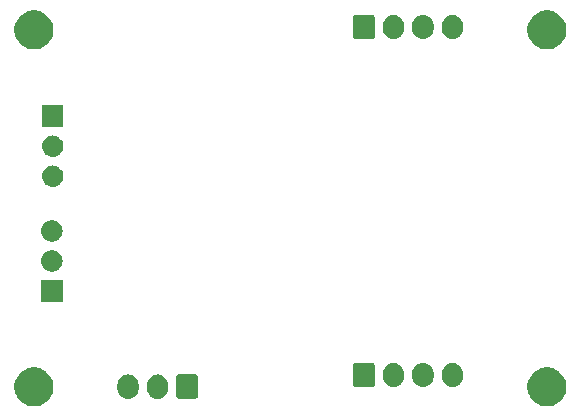
<source format=gbr>
G04 #@! TF.GenerationSoftware,KiCad,Pcbnew,(5.0.1)-3*
G04 #@! TF.CreationDate,2020-03-15T12:24:32-04:00*
G04 #@! TF.ProjectId,viparspectra-adapter,7669706172737065637472612D616461,rev?*
G04 #@! TF.SameCoordinates,Original*
G04 #@! TF.FileFunction,Soldermask,Bot*
G04 #@! TF.FilePolarity,Negative*
%FSLAX46Y46*%
G04 Gerber Fmt 4.6, Leading zero omitted, Abs format (unit mm)*
G04 Created by KiCad (PCBNEW (5.0.1)-3) date 3/15/2020 12:24:32 PM*
%MOMM*%
%LPD*%
G01*
G04 APERTURE LIST*
%ADD10C,0.100000*%
G04 APERTURE END LIST*
D10*
G36*
X154045256Y-108627298D02*
X154151579Y-108648447D01*
X154452042Y-108772903D01*
X154669753Y-108918373D01*
X154722454Y-108953587D01*
X154952413Y-109183546D01*
X154952415Y-109183549D01*
X155133097Y-109453958D01*
X155246830Y-109728533D01*
X155257553Y-109754422D01*
X155321000Y-110073389D01*
X155321000Y-110398611D01*
X155278702Y-110611256D01*
X155257553Y-110717579D01*
X155133097Y-111018042D01*
X154991231Y-111230359D01*
X154952413Y-111288454D01*
X154722454Y-111518413D01*
X154722451Y-111518415D01*
X154452042Y-111699097D01*
X154151579Y-111823553D01*
X154045256Y-111844702D01*
X153832611Y-111887000D01*
X153507389Y-111887000D01*
X153294744Y-111844702D01*
X153188421Y-111823553D01*
X152887958Y-111699097D01*
X152617549Y-111518415D01*
X152617546Y-111518413D01*
X152387587Y-111288454D01*
X152348769Y-111230359D01*
X152206903Y-111018042D01*
X152082447Y-110717579D01*
X152061298Y-110611256D01*
X152019000Y-110398611D01*
X152019000Y-110073389D01*
X152082447Y-109754422D01*
X152093171Y-109728533D01*
X152206903Y-109453958D01*
X152387585Y-109183549D01*
X152387587Y-109183546D01*
X152617546Y-108953587D01*
X152670247Y-108918373D01*
X152887958Y-108772903D01*
X153188421Y-108648447D01*
X153294744Y-108627298D01*
X153507389Y-108585000D01*
X153832611Y-108585000D01*
X154045256Y-108627298D01*
X154045256Y-108627298D01*
G37*
G36*
X110611256Y-108627298D02*
X110717579Y-108648447D01*
X111018042Y-108772903D01*
X111235753Y-108918373D01*
X111288454Y-108953587D01*
X111518413Y-109183546D01*
X111518415Y-109183549D01*
X111699097Y-109453958D01*
X111812830Y-109728533D01*
X111823553Y-109754422D01*
X111887000Y-110073389D01*
X111887000Y-110398611D01*
X111844702Y-110611256D01*
X111823553Y-110717579D01*
X111699097Y-111018042D01*
X111557231Y-111230359D01*
X111518413Y-111288454D01*
X111288454Y-111518413D01*
X111288451Y-111518415D01*
X111018042Y-111699097D01*
X110717579Y-111823553D01*
X110611256Y-111844702D01*
X110398611Y-111887000D01*
X110073389Y-111887000D01*
X109860744Y-111844702D01*
X109754421Y-111823553D01*
X109453958Y-111699097D01*
X109183549Y-111518415D01*
X109183546Y-111518413D01*
X108953587Y-111288454D01*
X108914769Y-111230359D01*
X108772903Y-111018042D01*
X108648447Y-110717579D01*
X108627298Y-110611256D01*
X108585000Y-110398611D01*
X108585000Y-110073389D01*
X108648447Y-109754422D01*
X108659171Y-109728533D01*
X108772903Y-109453958D01*
X108953585Y-109183549D01*
X108953587Y-109183546D01*
X109183546Y-108953587D01*
X109236247Y-108918373D01*
X109453958Y-108772903D01*
X109754421Y-108648447D01*
X109860744Y-108627298D01*
X110073389Y-108585000D01*
X110398611Y-108585000D01*
X110611256Y-108627298D01*
X110611256Y-108627298D01*
G37*
G36*
X120876627Y-109187037D02*
X120989853Y-109221384D01*
X121046467Y-109238557D01*
X121185087Y-109312652D01*
X121202991Y-109322222D01*
X121238729Y-109351552D01*
X121340186Y-109434814D01*
X121423448Y-109536271D01*
X121452778Y-109572009D01*
X121536443Y-109728534D01*
X121587963Y-109898374D01*
X121601000Y-110030743D01*
X121601000Y-110369258D01*
X121587963Y-110501627D01*
X121553616Y-110614853D01*
X121536443Y-110671467D01*
X121511795Y-110717579D01*
X121452778Y-110827991D01*
X121423448Y-110863729D01*
X121340186Y-110965186D01*
X121202989Y-111077779D01*
X121046466Y-111161443D01*
X121005733Y-111173799D01*
X120876626Y-111212963D01*
X120700000Y-111230359D01*
X120523373Y-111212963D01*
X120394266Y-111173799D01*
X120353533Y-111161443D01*
X120197011Y-111077779D01*
X120197009Y-111077778D01*
X120154749Y-111043096D01*
X120059814Y-110965186D01*
X119947221Y-110827989D01*
X119863557Y-110671466D01*
X119846384Y-110614852D01*
X119812037Y-110501626D01*
X119799000Y-110369257D01*
X119799000Y-110030742D01*
X119812037Y-109898373D01*
X119863557Y-109728534D01*
X119863557Y-109728533D01*
X119947222Y-109572008D01*
X120059812Y-109434817D01*
X120154750Y-109356904D01*
X120197010Y-109322222D01*
X120214914Y-109312652D01*
X120353534Y-109238557D01*
X120410148Y-109221384D01*
X120523374Y-109187037D01*
X120700000Y-109169641D01*
X120876627Y-109187037D01*
X120876627Y-109187037D01*
G37*
G36*
X118376627Y-109187037D02*
X118489853Y-109221384D01*
X118546467Y-109238557D01*
X118685087Y-109312652D01*
X118702991Y-109322222D01*
X118738729Y-109351552D01*
X118840186Y-109434814D01*
X118923448Y-109536271D01*
X118952778Y-109572009D01*
X119036443Y-109728534D01*
X119087963Y-109898374D01*
X119101000Y-110030743D01*
X119101000Y-110369258D01*
X119087963Y-110501627D01*
X119053616Y-110614853D01*
X119036443Y-110671467D01*
X119011795Y-110717579D01*
X118952778Y-110827991D01*
X118923448Y-110863729D01*
X118840186Y-110965186D01*
X118702989Y-111077779D01*
X118546466Y-111161443D01*
X118505733Y-111173799D01*
X118376626Y-111212963D01*
X118200000Y-111230359D01*
X118023373Y-111212963D01*
X117894266Y-111173799D01*
X117853533Y-111161443D01*
X117697011Y-111077779D01*
X117697009Y-111077778D01*
X117654749Y-111043096D01*
X117559814Y-110965186D01*
X117447221Y-110827989D01*
X117363557Y-110671466D01*
X117346384Y-110614852D01*
X117312037Y-110501626D01*
X117299000Y-110369257D01*
X117299000Y-110030742D01*
X117312037Y-109898373D01*
X117363557Y-109728534D01*
X117363557Y-109728533D01*
X117447222Y-109572008D01*
X117559812Y-109434817D01*
X117654750Y-109356904D01*
X117697010Y-109322222D01*
X117714914Y-109312652D01*
X117853534Y-109238557D01*
X117910148Y-109221384D01*
X118023374Y-109187037D01*
X118200000Y-109169641D01*
X118376627Y-109187037D01*
X118376627Y-109187037D01*
G37*
G36*
X123958600Y-109177989D02*
X123991649Y-109188014D01*
X124022106Y-109204294D01*
X124048799Y-109226201D01*
X124070706Y-109252894D01*
X124086986Y-109283351D01*
X124097011Y-109316400D01*
X124101000Y-109356904D01*
X124101000Y-111043096D01*
X124097011Y-111083600D01*
X124086986Y-111116649D01*
X124070706Y-111147106D01*
X124048799Y-111173799D01*
X124022106Y-111195706D01*
X123991649Y-111211986D01*
X123958600Y-111222011D01*
X123918096Y-111226000D01*
X122481904Y-111226000D01*
X122441400Y-111222011D01*
X122408351Y-111211986D01*
X122377894Y-111195706D01*
X122351201Y-111173799D01*
X122329294Y-111147106D01*
X122313014Y-111116649D01*
X122302989Y-111083600D01*
X122299000Y-111043096D01*
X122299000Y-109356904D01*
X122302989Y-109316400D01*
X122313014Y-109283351D01*
X122329294Y-109252894D01*
X122351201Y-109226201D01*
X122377894Y-109204294D01*
X122408351Y-109188014D01*
X122441400Y-109177989D01*
X122481904Y-109174000D01*
X123918096Y-109174000D01*
X123958600Y-109177989D01*
X123958600Y-109177989D01*
G37*
G36*
X145852626Y-108207037D02*
X145965852Y-108241384D01*
X146022466Y-108258557D01*
X146178989Y-108342221D01*
X146316186Y-108454814D01*
X146399448Y-108556271D01*
X146428778Y-108592009D01*
X146428779Y-108592011D01*
X146512443Y-108748533D01*
X146519835Y-108772902D01*
X146563963Y-108918373D01*
X146577000Y-109050742D01*
X146577000Y-109389257D01*
X146563963Y-109521626D01*
X146512443Y-109691466D01*
X146428778Y-109847991D01*
X146428777Y-109847992D01*
X146316186Y-109985186D01*
X146221251Y-110063096D01*
X146178991Y-110097778D01*
X146178989Y-110097779D01*
X146022467Y-110181443D01*
X145981734Y-110193799D01*
X145852627Y-110232963D01*
X145676000Y-110250359D01*
X145499374Y-110232963D01*
X145370267Y-110193799D01*
X145329534Y-110181443D01*
X145173012Y-110097779D01*
X145173010Y-110097778D01*
X145035816Y-109985186D01*
X145035812Y-109985183D01*
X144923222Y-109847992D01*
X144839557Y-109691467D01*
X144803321Y-109572011D01*
X144788037Y-109521627D01*
X144775000Y-109389258D01*
X144775000Y-109050743D01*
X144788037Y-108918374D01*
X144839557Y-108748535D01*
X144839557Y-108748534D01*
X144923221Y-108592011D01*
X145035814Y-108454814D01*
X145137271Y-108371552D01*
X145173009Y-108342222D01*
X145190913Y-108332652D01*
X145329533Y-108258557D01*
X145386147Y-108241384D01*
X145499373Y-108207037D01*
X145676000Y-108189641D01*
X145852626Y-108207037D01*
X145852626Y-108207037D01*
G37*
G36*
X143352626Y-108207037D02*
X143465852Y-108241384D01*
X143522466Y-108258557D01*
X143678989Y-108342221D01*
X143816186Y-108454814D01*
X143899448Y-108556271D01*
X143928778Y-108592009D01*
X143928779Y-108592011D01*
X144012443Y-108748533D01*
X144019835Y-108772902D01*
X144063963Y-108918373D01*
X144077000Y-109050742D01*
X144077000Y-109389257D01*
X144063963Y-109521626D01*
X144012443Y-109691466D01*
X143928778Y-109847991D01*
X143928777Y-109847992D01*
X143816186Y-109985186D01*
X143721251Y-110063096D01*
X143678991Y-110097778D01*
X143678989Y-110097779D01*
X143522467Y-110181443D01*
X143481734Y-110193799D01*
X143352627Y-110232963D01*
X143176000Y-110250359D01*
X142999374Y-110232963D01*
X142870267Y-110193799D01*
X142829534Y-110181443D01*
X142673012Y-110097779D01*
X142673010Y-110097778D01*
X142535816Y-109985186D01*
X142535812Y-109985183D01*
X142423222Y-109847992D01*
X142339557Y-109691467D01*
X142303321Y-109572011D01*
X142288037Y-109521627D01*
X142275000Y-109389258D01*
X142275000Y-109050743D01*
X142288037Y-108918374D01*
X142339557Y-108748535D01*
X142339557Y-108748534D01*
X142423221Y-108592011D01*
X142535814Y-108454814D01*
X142637271Y-108371552D01*
X142673009Y-108342222D01*
X142690913Y-108332652D01*
X142829533Y-108258557D01*
X142886147Y-108241384D01*
X142999373Y-108207037D01*
X143176000Y-108189641D01*
X143352626Y-108207037D01*
X143352626Y-108207037D01*
G37*
G36*
X140852626Y-108207037D02*
X140965852Y-108241384D01*
X141022466Y-108258557D01*
X141178989Y-108342221D01*
X141316186Y-108454814D01*
X141399448Y-108556271D01*
X141428778Y-108592009D01*
X141428779Y-108592011D01*
X141512443Y-108748533D01*
X141519835Y-108772902D01*
X141563963Y-108918373D01*
X141577000Y-109050742D01*
X141577000Y-109389257D01*
X141563963Y-109521626D01*
X141512443Y-109691466D01*
X141428778Y-109847991D01*
X141428777Y-109847992D01*
X141316186Y-109985186D01*
X141221251Y-110063096D01*
X141178991Y-110097778D01*
X141178989Y-110097779D01*
X141022467Y-110181443D01*
X140981734Y-110193799D01*
X140852627Y-110232963D01*
X140676000Y-110250359D01*
X140499374Y-110232963D01*
X140370267Y-110193799D01*
X140329534Y-110181443D01*
X140173012Y-110097779D01*
X140173010Y-110097778D01*
X140035816Y-109985186D01*
X140035812Y-109985183D01*
X139923222Y-109847992D01*
X139839557Y-109691467D01*
X139803321Y-109572011D01*
X139788037Y-109521627D01*
X139775000Y-109389258D01*
X139775000Y-109050743D01*
X139788037Y-108918374D01*
X139839557Y-108748535D01*
X139839557Y-108748534D01*
X139923221Y-108592011D01*
X140035814Y-108454814D01*
X140137271Y-108371552D01*
X140173009Y-108342222D01*
X140190913Y-108332652D01*
X140329533Y-108258557D01*
X140386147Y-108241384D01*
X140499373Y-108207037D01*
X140676000Y-108189641D01*
X140852626Y-108207037D01*
X140852626Y-108207037D01*
G37*
G36*
X138934600Y-108197989D02*
X138967649Y-108208014D01*
X138998106Y-108224294D01*
X139024799Y-108246201D01*
X139046706Y-108272894D01*
X139062986Y-108303351D01*
X139073011Y-108336400D01*
X139077000Y-108376904D01*
X139077000Y-110063096D01*
X139073011Y-110103600D01*
X139062986Y-110136649D01*
X139046706Y-110167106D01*
X139024799Y-110193799D01*
X138998106Y-110215706D01*
X138967649Y-110231986D01*
X138934600Y-110242011D01*
X138894096Y-110246000D01*
X137457904Y-110246000D01*
X137417400Y-110242011D01*
X137384351Y-110231986D01*
X137353894Y-110215706D01*
X137327201Y-110193799D01*
X137305294Y-110167106D01*
X137289014Y-110136649D01*
X137278989Y-110103600D01*
X137275000Y-110063096D01*
X137275000Y-108376904D01*
X137278989Y-108336400D01*
X137289014Y-108303351D01*
X137305294Y-108272894D01*
X137327201Y-108246201D01*
X137353894Y-108224294D01*
X137384351Y-108208014D01*
X137417400Y-108197989D01*
X137457904Y-108194000D01*
X138894096Y-108194000D01*
X138934600Y-108197989D01*
X138934600Y-108197989D01*
G37*
G36*
X112661000Y-103009000D02*
X110859000Y-103009000D01*
X110859000Y-101207000D01*
X112661000Y-101207000D01*
X112661000Y-103009000D01*
X112661000Y-103009000D01*
G37*
G36*
X111870442Y-98673518D02*
X111936627Y-98680037D01*
X112049853Y-98714384D01*
X112106467Y-98731557D01*
X112245087Y-98805652D01*
X112262991Y-98815222D01*
X112298729Y-98844552D01*
X112400186Y-98927814D01*
X112483448Y-99029271D01*
X112512778Y-99065009D01*
X112512779Y-99065011D01*
X112596443Y-99221533D01*
X112596443Y-99221534D01*
X112647963Y-99391373D01*
X112665359Y-99568000D01*
X112647963Y-99744627D01*
X112613616Y-99857853D01*
X112596443Y-99914467D01*
X112522348Y-100053087D01*
X112512778Y-100070991D01*
X112483448Y-100106729D01*
X112400186Y-100208186D01*
X112298729Y-100291448D01*
X112262991Y-100320778D01*
X112262989Y-100320779D01*
X112106467Y-100404443D01*
X112049853Y-100421616D01*
X111936627Y-100455963D01*
X111870442Y-100462482D01*
X111804260Y-100469000D01*
X111715740Y-100469000D01*
X111649557Y-100462481D01*
X111583373Y-100455963D01*
X111470147Y-100421616D01*
X111413533Y-100404443D01*
X111257011Y-100320779D01*
X111257009Y-100320778D01*
X111221271Y-100291448D01*
X111119814Y-100208186D01*
X111036552Y-100106729D01*
X111007222Y-100070991D01*
X110997652Y-100053087D01*
X110923557Y-99914467D01*
X110906384Y-99857853D01*
X110872037Y-99744627D01*
X110854641Y-99568000D01*
X110872037Y-99391373D01*
X110923557Y-99221534D01*
X110923557Y-99221533D01*
X111007221Y-99065011D01*
X111007222Y-99065009D01*
X111036552Y-99029271D01*
X111119814Y-98927814D01*
X111221271Y-98844552D01*
X111257009Y-98815222D01*
X111274913Y-98805652D01*
X111413533Y-98731557D01*
X111470147Y-98714384D01*
X111583373Y-98680037D01*
X111649558Y-98673518D01*
X111715740Y-98667000D01*
X111804260Y-98667000D01*
X111870442Y-98673518D01*
X111870442Y-98673518D01*
G37*
G36*
X111870443Y-96133519D02*
X111936627Y-96140037D01*
X112049853Y-96174384D01*
X112106467Y-96191557D01*
X112245087Y-96265652D01*
X112262991Y-96275222D01*
X112298729Y-96304552D01*
X112400186Y-96387814D01*
X112483448Y-96489271D01*
X112512778Y-96525009D01*
X112512779Y-96525011D01*
X112596443Y-96681533D01*
X112596443Y-96681534D01*
X112647963Y-96851373D01*
X112665359Y-97028000D01*
X112647963Y-97204627D01*
X112613616Y-97317853D01*
X112596443Y-97374467D01*
X112522348Y-97513087D01*
X112512778Y-97530991D01*
X112483448Y-97566729D01*
X112400186Y-97668186D01*
X112298729Y-97751448D01*
X112262991Y-97780778D01*
X112262989Y-97780779D01*
X112106467Y-97864443D01*
X112049853Y-97881616D01*
X111936627Y-97915963D01*
X111870442Y-97922482D01*
X111804260Y-97929000D01*
X111715740Y-97929000D01*
X111649558Y-97922482D01*
X111583373Y-97915963D01*
X111470147Y-97881616D01*
X111413533Y-97864443D01*
X111257011Y-97780779D01*
X111257009Y-97780778D01*
X111221271Y-97751448D01*
X111119814Y-97668186D01*
X111036552Y-97566729D01*
X111007222Y-97530991D01*
X110997652Y-97513087D01*
X110923557Y-97374467D01*
X110906384Y-97317853D01*
X110872037Y-97204627D01*
X110854641Y-97028000D01*
X110872037Y-96851373D01*
X110923557Y-96681534D01*
X110923557Y-96681533D01*
X111007221Y-96525011D01*
X111007222Y-96525009D01*
X111036552Y-96489271D01*
X111119814Y-96387814D01*
X111221271Y-96304552D01*
X111257009Y-96275222D01*
X111274913Y-96265652D01*
X111413533Y-96191557D01*
X111470147Y-96174384D01*
X111583373Y-96140037D01*
X111649557Y-96133519D01*
X111715740Y-96127000D01*
X111804260Y-96127000D01*
X111870443Y-96133519D01*
X111870443Y-96133519D01*
G37*
G36*
X111941563Y-91485319D02*
X112007747Y-91491837D01*
X112120973Y-91526184D01*
X112177587Y-91543357D01*
X112316207Y-91617452D01*
X112334111Y-91627022D01*
X112369849Y-91656352D01*
X112471306Y-91739614D01*
X112554568Y-91841071D01*
X112583898Y-91876809D01*
X112583899Y-91876811D01*
X112667563Y-92033333D01*
X112667563Y-92033334D01*
X112719083Y-92203173D01*
X112736479Y-92379800D01*
X112719083Y-92556427D01*
X112684736Y-92669653D01*
X112667563Y-92726267D01*
X112593468Y-92864887D01*
X112583898Y-92882791D01*
X112554568Y-92918529D01*
X112471306Y-93019986D01*
X112369849Y-93103248D01*
X112334111Y-93132578D01*
X112334109Y-93132579D01*
X112177587Y-93216243D01*
X112120973Y-93233416D01*
X112007747Y-93267763D01*
X111941563Y-93274281D01*
X111875380Y-93280800D01*
X111786860Y-93280800D01*
X111720677Y-93274281D01*
X111654493Y-93267763D01*
X111541267Y-93233416D01*
X111484653Y-93216243D01*
X111328131Y-93132579D01*
X111328129Y-93132578D01*
X111292391Y-93103248D01*
X111190934Y-93019986D01*
X111107672Y-92918529D01*
X111078342Y-92882791D01*
X111068772Y-92864887D01*
X110994677Y-92726267D01*
X110977504Y-92669653D01*
X110943157Y-92556427D01*
X110925761Y-92379800D01*
X110943157Y-92203173D01*
X110994677Y-92033334D01*
X110994677Y-92033333D01*
X111078341Y-91876811D01*
X111078342Y-91876809D01*
X111107672Y-91841071D01*
X111190934Y-91739614D01*
X111292391Y-91656352D01*
X111328129Y-91627022D01*
X111346033Y-91617452D01*
X111484653Y-91543357D01*
X111541267Y-91526184D01*
X111654493Y-91491837D01*
X111720677Y-91485319D01*
X111786860Y-91478800D01*
X111875380Y-91478800D01*
X111941563Y-91485319D01*
X111941563Y-91485319D01*
G37*
G36*
X111941563Y-88945319D02*
X112007747Y-88951837D01*
X112120973Y-88986184D01*
X112177587Y-89003357D01*
X112316207Y-89077452D01*
X112334111Y-89087022D01*
X112369849Y-89116352D01*
X112471306Y-89199614D01*
X112554568Y-89301071D01*
X112583898Y-89336809D01*
X112583899Y-89336811D01*
X112667563Y-89493333D01*
X112667563Y-89493334D01*
X112719083Y-89663173D01*
X112736479Y-89839800D01*
X112719083Y-90016427D01*
X112684736Y-90129653D01*
X112667563Y-90186267D01*
X112593468Y-90324887D01*
X112583898Y-90342791D01*
X112554568Y-90378529D01*
X112471306Y-90479986D01*
X112369849Y-90563248D01*
X112334111Y-90592578D01*
X112334109Y-90592579D01*
X112177587Y-90676243D01*
X112120973Y-90693416D01*
X112007747Y-90727763D01*
X111941562Y-90734282D01*
X111875380Y-90740800D01*
X111786860Y-90740800D01*
X111720678Y-90734282D01*
X111654493Y-90727763D01*
X111541267Y-90693416D01*
X111484653Y-90676243D01*
X111328131Y-90592579D01*
X111328129Y-90592578D01*
X111292391Y-90563248D01*
X111190934Y-90479986D01*
X111107672Y-90378529D01*
X111078342Y-90342791D01*
X111068772Y-90324887D01*
X110994677Y-90186267D01*
X110977504Y-90129653D01*
X110943157Y-90016427D01*
X110925761Y-89839800D01*
X110943157Y-89663173D01*
X110994677Y-89493334D01*
X110994677Y-89493333D01*
X111078341Y-89336811D01*
X111078342Y-89336809D01*
X111107672Y-89301071D01*
X111190934Y-89199614D01*
X111292391Y-89116352D01*
X111328129Y-89087022D01*
X111346033Y-89077452D01*
X111484653Y-89003357D01*
X111541267Y-88986184D01*
X111654493Y-88951837D01*
X111720677Y-88945319D01*
X111786860Y-88938800D01*
X111875380Y-88938800D01*
X111941563Y-88945319D01*
X111941563Y-88945319D01*
G37*
G36*
X112732120Y-88200800D02*
X110930120Y-88200800D01*
X110930120Y-86398800D01*
X112732120Y-86398800D01*
X112732120Y-88200800D01*
X112732120Y-88200800D01*
G37*
G36*
X154045256Y-78401298D02*
X154151579Y-78422447D01*
X154452042Y-78546903D01*
X154718852Y-78725180D01*
X154722454Y-78727587D01*
X154952413Y-78957546D01*
X154952415Y-78957549D01*
X155133097Y-79227958D01*
X155257553Y-79528421D01*
X155269154Y-79586742D01*
X155321000Y-79847389D01*
X155321000Y-80172611D01*
X155310088Y-80227467D01*
X155257553Y-80491579D01*
X155186040Y-80664226D01*
X155133098Y-80792040D01*
X154952413Y-81062454D01*
X154722454Y-81292413D01*
X154722451Y-81292415D01*
X154452042Y-81473097D01*
X154151579Y-81597553D01*
X154045256Y-81618702D01*
X153832611Y-81661000D01*
X153507389Y-81661000D01*
X153294744Y-81618702D01*
X153188421Y-81597553D01*
X152887958Y-81473097D01*
X152617549Y-81292415D01*
X152617546Y-81292413D01*
X152387587Y-81062454D01*
X152206902Y-80792040D01*
X152153960Y-80664226D01*
X152082447Y-80491579D01*
X152029912Y-80227467D01*
X152019000Y-80172611D01*
X152019000Y-79847389D01*
X152070846Y-79586742D01*
X152082447Y-79528421D01*
X152206903Y-79227958D01*
X152387585Y-78957549D01*
X152387587Y-78957546D01*
X152617546Y-78727587D01*
X152621148Y-78725180D01*
X152887958Y-78546903D01*
X153188421Y-78422447D01*
X153294744Y-78401298D01*
X153507389Y-78359000D01*
X153832611Y-78359000D01*
X154045256Y-78401298D01*
X154045256Y-78401298D01*
G37*
G36*
X110611256Y-78401298D02*
X110717579Y-78422447D01*
X111018042Y-78546903D01*
X111284852Y-78725180D01*
X111288454Y-78727587D01*
X111518413Y-78957546D01*
X111518415Y-78957549D01*
X111699097Y-79227958D01*
X111823553Y-79528421D01*
X111835154Y-79586742D01*
X111887000Y-79847389D01*
X111887000Y-80172611D01*
X111876088Y-80227467D01*
X111823553Y-80491579D01*
X111752040Y-80664226D01*
X111699098Y-80792040D01*
X111518413Y-81062454D01*
X111288454Y-81292413D01*
X111288451Y-81292415D01*
X111018042Y-81473097D01*
X110717579Y-81597553D01*
X110611256Y-81618702D01*
X110398611Y-81661000D01*
X110073389Y-81661000D01*
X109860744Y-81618702D01*
X109754421Y-81597553D01*
X109453958Y-81473097D01*
X109183549Y-81292415D01*
X109183546Y-81292413D01*
X108953587Y-81062454D01*
X108772902Y-80792040D01*
X108719960Y-80664226D01*
X108648447Y-80491579D01*
X108595912Y-80227467D01*
X108585000Y-80172611D01*
X108585000Y-79847389D01*
X108636846Y-79586742D01*
X108648447Y-79528421D01*
X108772903Y-79227958D01*
X108953585Y-78957549D01*
X108953587Y-78957546D01*
X109183546Y-78727587D01*
X109187148Y-78725180D01*
X109453958Y-78546903D01*
X109754421Y-78422447D01*
X109860744Y-78401298D01*
X110073389Y-78359000D01*
X110398611Y-78359000D01*
X110611256Y-78401298D01*
X110611256Y-78401298D01*
G37*
G36*
X145852626Y-78743037D02*
X145965852Y-78777384D01*
X146022466Y-78794557D01*
X146178989Y-78878221D01*
X146316186Y-78990814D01*
X146399448Y-79092271D01*
X146428778Y-79128009D01*
X146428779Y-79128011D01*
X146512443Y-79284533D01*
X146529616Y-79341147D01*
X146563963Y-79454373D01*
X146577000Y-79586742D01*
X146577000Y-79925257D01*
X146563963Y-80057626D01*
X146512443Y-80227466D01*
X146428778Y-80383991D01*
X146428777Y-80383992D01*
X146316186Y-80521186D01*
X146221251Y-80599096D01*
X146178991Y-80633778D01*
X146178989Y-80633779D01*
X146022467Y-80717443D01*
X145981734Y-80729799D01*
X145852627Y-80768963D01*
X145676000Y-80786359D01*
X145499374Y-80768963D01*
X145370267Y-80729799D01*
X145329534Y-80717443D01*
X145173012Y-80633779D01*
X145173010Y-80633778D01*
X145035816Y-80521186D01*
X145035812Y-80521183D01*
X144923222Y-80383992D01*
X144839557Y-80227467D01*
X144822384Y-80170853D01*
X144788037Y-80057627D01*
X144775000Y-79925258D01*
X144775000Y-79586743D01*
X144788037Y-79454374D01*
X144839557Y-79284535D01*
X144839557Y-79284534D01*
X144923221Y-79128011D01*
X145035814Y-78990814D01*
X145137271Y-78907552D01*
X145173009Y-78878222D01*
X145190913Y-78868652D01*
X145329533Y-78794557D01*
X145386147Y-78777384D01*
X145499373Y-78743037D01*
X145676000Y-78725641D01*
X145852626Y-78743037D01*
X145852626Y-78743037D01*
G37*
G36*
X143352626Y-78743037D02*
X143465852Y-78777384D01*
X143522466Y-78794557D01*
X143678989Y-78878221D01*
X143816186Y-78990814D01*
X143899448Y-79092271D01*
X143928778Y-79128009D01*
X143928779Y-79128011D01*
X144012443Y-79284533D01*
X144029616Y-79341147D01*
X144063963Y-79454373D01*
X144077000Y-79586742D01*
X144077000Y-79925257D01*
X144063963Y-80057626D01*
X144012443Y-80227466D01*
X143928778Y-80383991D01*
X143928777Y-80383992D01*
X143816186Y-80521186D01*
X143721251Y-80599096D01*
X143678991Y-80633778D01*
X143678989Y-80633779D01*
X143522467Y-80717443D01*
X143481734Y-80729799D01*
X143352627Y-80768963D01*
X143176000Y-80786359D01*
X142999374Y-80768963D01*
X142870267Y-80729799D01*
X142829534Y-80717443D01*
X142673012Y-80633779D01*
X142673010Y-80633778D01*
X142535816Y-80521186D01*
X142535812Y-80521183D01*
X142423222Y-80383992D01*
X142339557Y-80227467D01*
X142322384Y-80170853D01*
X142288037Y-80057627D01*
X142275000Y-79925258D01*
X142275000Y-79586743D01*
X142288037Y-79454374D01*
X142339557Y-79284535D01*
X142339557Y-79284534D01*
X142423221Y-79128011D01*
X142535814Y-78990814D01*
X142637271Y-78907552D01*
X142673009Y-78878222D01*
X142690913Y-78868652D01*
X142829533Y-78794557D01*
X142886147Y-78777384D01*
X142999373Y-78743037D01*
X143176000Y-78725641D01*
X143352626Y-78743037D01*
X143352626Y-78743037D01*
G37*
G36*
X140852626Y-78743037D02*
X140965852Y-78777384D01*
X141022466Y-78794557D01*
X141178989Y-78878221D01*
X141316186Y-78990814D01*
X141399448Y-79092271D01*
X141428778Y-79128009D01*
X141428779Y-79128011D01*
X141512443Y-79284533D01*
X141529616Y-79341147D01*
X141563963Y-79454373D01*
X141577000Y-79586742D01*
X141577000Y-79925257D01*
X141563963Y-80057626D01*
X141512443Y-80227466D01*
X141428778Y-80383991D01*
X141428777Y-80383992D01*
X141316186Y-80521186D01*
X141221251Y-80599096D01*
X141178991Y-80633778D01*
X141178989Y-80633779D01*
X141022467Y-80717443D01*
X140981734Y-80729799D01*
X140852627Y-80768963D01*
X140676000Y-80786359D01*
X140499374Y-80768963D01*
X140370267Y-80729799D01*
X140329534Y-80717443D01*
X140173012Y-80633779D01*
X140173010Y-80633778D01*
X140035816Y-80521186D01*
X140035812Y-80521183D01*
X139923222Y-80383992D01*
X139839557Y-80227467D01*
X139822384Y-80170853D01*
X139788037Y-80057627D01*
X139775000Y-79925258D01*
X139775000Y-79586743D01*
X139788037Y-79454374D01*
X139839557Y-79284535D01*
X139839557Y-79284534D01*
X139923221Y-79128011D01*
X140035814Y-78990814D01*
X140137271Y-78907552D01*
X140173009Y-78878222D01*
X140190913Y-78868652D01*
X140329533Y-78794557D01*
X140386147Y-78777384D01*
X140499373Y-78743037D01*
X140676000Y-78725641D01*
X140852626Y-78743037D01*
X140852626Y-78743037D01*
G37*
G36*
X138934600Y-78733989D02*
X138967649Y-78744014D01*
X138998106Y-78760294D01*
X139024799Y-78782201D01*
X139046706Y-78808894D01*
X139062986Y-78839351D01*
X139073011Y-78872400D01*
X139077000Y-78912904D01*
X139077000Y-80599096D01*
X139073011Y-80639600D01*
X139062986Y-80672649D01*
X139046706Y-80703106D01*
X139024799Y-80729799D01*
X138998106Y-80751706D01*
X138967649Y-80767986D01*
X138934600Y-80778011D01*
X138894096Y-80782000D01*
X137457904Y-80782000D01*
X137417400Y-80778011D01*
X137384351Y-80767986D01*
X137353894Y-80751706D01*
X137327201Y-80729799D01*
X137305294Y-80703106D01*
X137289014Y-80672649D01*
X137278989Y-80639600D01*
X137275000Y-80599096D01*
X137275000Y-78912904D01*
X137278989Y-78872400D01*
X137289014Y-78839351D01*
X137305294Y-78808894D01*
X137327201Y-78782201D01*
X137353894Y-78760294D01*
X137384351Y-78744014D01*
X137417400Y-78733989D01*
X137457904Y-78730000D01*
X138894096Y-78730000D01*
X138934600Y-78733989D01*
X138934600Y-78733989D01*
G37*
M02*

</source>
